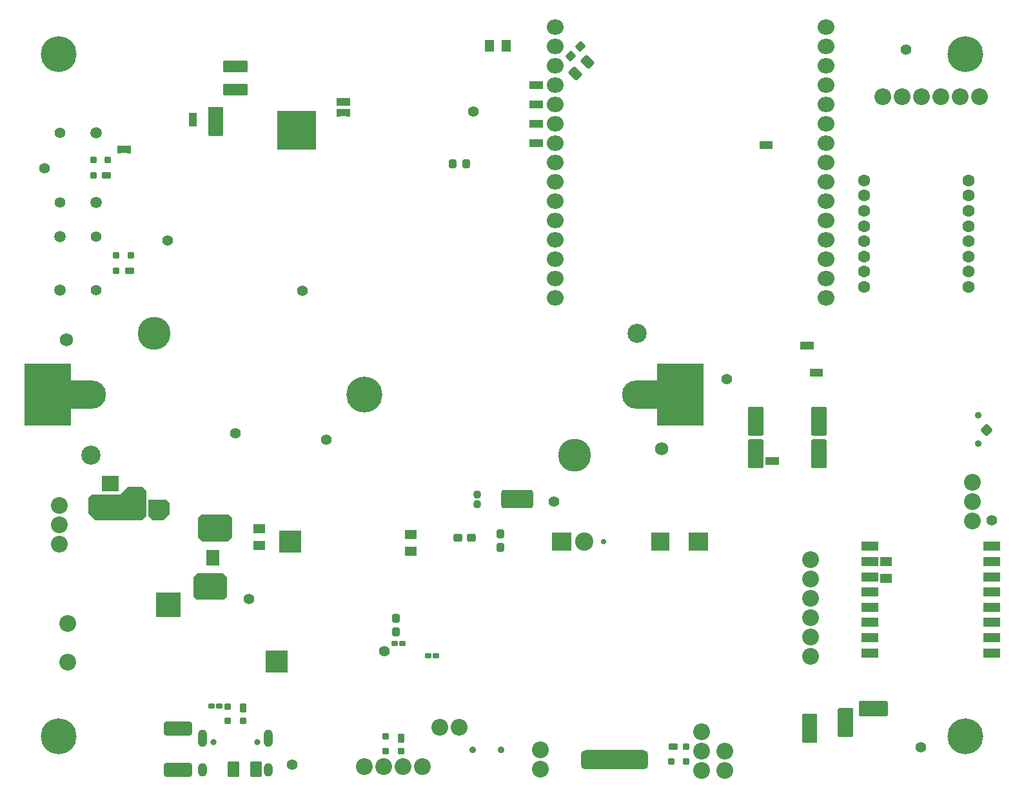
<source format=gbs>
G04*
G04 #@! TF.GenerationSoftware,Altium Limited,Altium Designer,20.2.6 (244)*
G04*
G04 Layer_Color=16711935*
%FSLAX25Y25*%
%MOIN*%
G70*
G04*
G04 #@! TF.SameCoordinates,AF831D56-8FB5-4C83-99E9-C392C7947E84*
G04*
G04*
G04 #@! TF.FilePolarity,Negative*
G04*
G01*
G75*
%ADD38R,0.29921X0.09941*%
%ADD39R,0.34934X0.04921*%
%ADD63R,0.02375X0.03950*%
G04:AMPARAMS|DCode=70|XSize=47.37mil|YSize=35.56mil|CornerRadius=6.76mil|HoleSize=0mil|Usage=FLASHONLY|Rotation=270.000|XOffset=0mil|YOffset=0mil|HoleType=Round|Shape=RoundedRectangle|*
%AMROUNDEDRECTD70*
21,1,0.04737,0.02205,0,0,270.0*
21,1,0.03386,0.03556,0,0,270.0*
1,1,0.01351,-0.01102,-0.01693*
1,1,0.01351,-0.01102,0.01693*
1,1,0.01351,0.01102,0.01693*
1,1,0.01351,0.01102,-0.01693*
%
%ADD70ROUNDEDRECTD70*%
G04:AMPARAMS|DCode=71|XSize=31.62mil|YSize=35.56mil|CornerRadius=6.36mil|HoleSize=0mil|Usage=FLASHONLY|Rotation=270.000|XOffset=0mil|YOffset=0mil|HoleType=Round|Shape=RoundedRectangle|*
%AMROUNDEDRECTD71*
21,1,0.03162,0.02284,0,0,270.0*
21,1,0.01890,0.03556,0,0,270.0*
1,1,0.01272,-0.01142,-0.00945*
1,1,0.01272,-0.01142,0.00945*
1,1,0.01272,0.01142,0.00945*
1,1,0.01272,0.01142,-0.00945*
%
%ADD71ROUNDEDRECTD71*%
G04:AMPARAMS|DCode=77|XSize=47.37mil|YSize=47.37mil|CornerRadius=7.94mil|HoleSize=0mil|Usage=FLASHONLY|Rotation=225.000|XOffset=0mil|YOffset=0mil|HoleType=Round|Shape=RoundedRectangle|*
%AMROUNDEDRECTD77*
21,1,0.04737,0.03150,0,0,225.0*
21,1,0.03150,0.04737,0,0,225.0*
1,1,0.01587,-0.02227,0.00000*
1,1,0.01587,0.00000,0.02227*
1,1,0.01587,0.02227,0.00000*
1,1,0.01587,0.00000,-0.02227*
%
%ADD77ROUNDEDRECTD77*%
G04:AMPARAMS|DCode=79|XSize=39.5mil|YSize=43.43mil|CornerRadius=7.15mil|HoleSize=0mil|Usage=FLASHONLY|Rotation=270.000|XOffset=0mil|YOffset=0mil|HoleType=Round|Shape=RoundedRectangle|*
%AMROUNDEDRECTD79*
21,1,0.03950,0.02913,0,0,270.0*
21,1,0.02520,0.04343,0,0,270.0*
1,1,0.01430,-0.01457,-0.01260*
1,1,0.01430,-0.01457,0.01260*
1,1,0.01430,0.01457,0.01260*
1,1,0.01430,0.01457,-0.01260*
%
%ADD79ROUNDEDRECTD79*%
%ADD96R,0.01981X0.01981*%
%ADD98R,0.01981X0.01981*%
G04:AMPARAMS|DCode=111|XSize=43.43mil|YSize=39.5mil|CornerRadius=7.15mil|HoleSize=0mil|Usage=FLASHONLY|Rotation=270.000|XOffset=0mil|YOffset=0mil|HoleType=Round|Shape=RoundedRectangle|*
%AMROUNDEDRECTD111*
21,1,0.04343,0.02520,0,0,270.0*
21,1,0.02913,0.03950,0,0,270.0*
1,1,0.01430,-0.01260,-0.01457*
1,1,0.01430,-0.01260,0.01457*
1,1,0.01430,0.01260,0.01457*
1,1,0.01430,0.01260,-0.01457*
%
%ADD111ROUNDEDRECTD111*%
G04:AMPARAMS|DCode=114|XSize=60.76mil|YSize=126.9mil|CornerRadius=9.28mil|HoleSize=0mil|Usage=FLASHONLY|Rotation=270.000|XOffset=0mil|YOffset=0mil|HoleType=Round|Shape=RoundedRectangle|*
%AMROUNDEDRECTD114*
21,1,0.06076,0.10835,0,0,270.0*
21,1,0.04221,0.12690,0,0,270.0*
1,1,0.01855,-0.05417,-0.02110*
1,1,0.01855,-0.05417,0.02110*
1,1,0.01855,0.05417,0.02110*
1,1,0.01855,0.05417,-0.02110*
%
%ADD114ROUNDEDRECTD114*%
G04:AMPARAMS|DCode=115|XSize=63.12mil|YSize=47.37mil|CornerRadius=7.94mil|HoleSize=0mil|Usage=FLASHONLY|Rotation=270.000|XOffset=0mil|YOffset=0mil|HoleType=Round|Shape=RoundedRectangle|*
%AMROUNDEDRECTD115*
21,1,0.06312,0.03150,0,0,270.0*
21,1,0.04724,0.04737,0,0,270.0*
1,1,0.01587,-0.01575,-0.02362*
1,1,0.01587,-0.01575,0.02362*
1,1,0.01587,0.01575,0.02362*
1,1,0.01587,0.01575,-0.02362*
%
%ADD115ROUNDEDRECTD115*%
G04:AMPARAMS|DCode=116|XSize=63.12mil|YSize=47.37mil|CornerRadius=7.94mil|HoleSize=0mil|Usage=FLASHONLY|Rotation=180.000|XOffset=0mil|YOffset=0mil|HoleType=Round|Shape=RoundedRectangle|*
%AMROUNDEDRECTD116*
21,1,0.06312,0.03150,0,0,180.0*
21,1,0.04724,0.04737,0,0,180.0*
1,1,0.01587,-0.02362,0.01575*
1,1,0.01587,0.02362,0.01575*
1,1,0.01587,0.02362,-0.01575*
1,1,0.01587,-0.02362,-0.01575*
%
%ADD116ROUNDEDRECTD116*%
G04:AMPARAMS|DCode=117|XSize=39.5mil|YSize=43.43mil|CornerRadius=7.15mil|HoleSize=0mil|Usage=FLASHONLY|Rotation=0.000|XOffset=0mil|YOffset=0mil|HoleType=Round|Shape=RoundedRectangle|*
%AMROUNDEDRECTD117*
21,1,0.03950,0.02913,0,0,0.0*
21,1,0.02520,0.04343,0,0,0.0*
1,1,0.01430,0.01260,-0.01457*
1,1,0.01430,-0.01260,-0.01457*
1,1,0.01430,-0.01260,0.01457*
1,1,0.01430,0.01260,0.01457*
%
%ADD117ROUNDEDRECTD117*%
G04:AMPARAMS|DCode=118|XSize=27.69mil|YSize=31.62mil|CornerRadius=5.97mil|HoleSize=0mil|Usage=FLASHONLY|Rotation=90.000|XOffset=0mil|YOffset=0mil|HoleType=Round|Shape=RoundedRectangle|*
%AMROUNDEDRECTD118*
21,1,0.02769,0.01968,0,0,90.0*
21,1,0.01575,0.03162,0,0,90.0*
1,1,0.01194,0.00984,0.00787*
1,1,0.01194,0.00984,-0.00787*
1,1,0.01194,-0.00984,-0.00787*
1,1,0.01194,-0.00984,0.00787*
%
%ADD118ROUNDEDRECTD118*%
%ADD137C,0.03150*%
%ADD138O,0.04737X0.07099*%
%ADD139O,0.04737X0.09068*%
%ADD140C,0.08674*%
%ADD141C,0.06800*%
%ADD142C,0.14580*%
%ADD143C,0.17024*%
%ADD144C,0.09937*%
%ADD145C,0.18598*%
%ADD146C,0.05906*%
%ADD147C,0.05512*%
%ADD148C,0.05524*%
%ADD149C,0.04934*%
%ADD150C,0.04343*%
%ADD151C,0.03556*%
%ADD152O,0.08674X0.07887*%
%ADD153C,0.18517*%
%ADD154R,0.09461X0.09461*%
%ADD155C,0.09461*%
%ADD156C,0.02769*%
%ADD157R,0.08674X0.04737*%
%ADD158C,0.06312*%
%ADD303R,0.09843X0.10236*%
%ADD304R,0.19980X0.19980*%
%ADD305R,0.11811X0.11811*%
%ADD306R,0.06791X0.07972*%
%ADD307R,0.09153X0.08071*%
%ADD308R,0.13386X0.11417*%
%ADD309R,0.12598X0.12598*%
%ADD310R,0.03950X0.02375*%
G04:AMPARAMS|DCode=311|XSize=31.62mil|YSize=35.56mil|CornerRadius=6.36mil|HoleSize=0mil|Usage=FLASHONLY|Rotation=180.000|XOffset=0mil|YOffset=0mil|HoleType=Round|Shape=RoundedRectangle|*
%AMROUNDEDRECTD311*
21,1,0.03162,0.02284,0,0,180.0*
21,1,0.01890,0.03556,0,0,180.0*
1,1,0.01272,-0.00945,0.01142*
1,1,0.01272,0.00945,0.01142*
1,1,0.01272,0.00945,-0.01142*
1,1,0.01272,-0.00945,-0.01142*
%
%ADD311ROUNDEDRECTD311*%
G04:AMPARAMS|DCode=312|XSize=47.37mil|YSize=35.56mil|CornerRadius=6.76mil|HoleSize=0mil|Usage=FLASHONLY|Rotation=180.000|XOffset=0mil|YOffset=0mil|HoleType=Round|Shape=RoundedRectangle|*
%AMROUNDEDRECTD312*
21,1,0.04737,0.02205,0,0,180.0*
21,1,0.03386,0.03556,0,0,180.0*
1,1,0.01351,-0.01693,0.01102*
1,1,0.01351,0.01693,0.01102*
1,1,0.01351,0.01693,-0.01102*
1,1,0.01351,-0.01693,-0.01102*
%
%ADD312ROUNDEDRECTD312*%
G04:AMPARAMS|DCode=313|XSize=145.8mil|YSize=322.96mil|CornerRadius=72.9mil|HoleSize=0mil|Usage=FLASHONLY|Rotation=270.000|XOffset=0mil|YOffset=0mil|HoleType=Round|Shape=RoundedRectangle|*
%AMROUNDEDRECTD313*
21,1,0.14580,0.17717,0,0,270.0*
21,1,0.00000,0.32296,0,0,270.0*
1,1,0.14580,-0.08858,0.00000*
1,1,0.14580,-0.08858,0.00000*
1,1,0.14580,0.08858,0.00000*
1,1,0.14580,0.08858,0.00000*
%
%ADD313ROUNDEDRECTD313*%
%ADD314R,0.24422X0.32296*%
G04:AMPARAMS|DCode=315|XSize=63.12mil|YSize=47.37mil|CornerRadius=7.94mil|HoleSize=0mil|Usage=FLASHONLY|Rotation=135.000|XOffset=0mil|YOffset=0mil|HoleType=Round|Shape=RoundedRectangle|*
%AMROUNDEDRECTD315*
21,1,0.06312,0.03150,0,0,135.0*
21,1,0.04724,0.04737,0,0,135.0*
1,1,0.01587,-0.00557,0.02784*
1,1,0.01587,0.02784,-0.00557*
1,1,0.01587,0.00557,-0.02784*
1,1,0.01587,-0.02784,0.00557*
%
%ADD315ROUNDEDRECTD315*%
G04:AMPARAMS|DCode=316|XSize=39.5mil|YSize=43.43mil|CornerRadius=7.15mil|HoleSize=0mil|Usage=FLASHONLY|Rotation=135.000|XOffset=0mil|YOffset=0mil|HoleType=Round|Shape=RoundedRectangle|*
%AMROUNDEDRECTD316*
21,1,0.03950,0.02913,0,0,135.0*
21,1,0.02520,0.04343,0,0,135.0*
1,1,0.01430,0.00139,0.01921*
1,1,0.01430,0.01921,0.00139*
1,1,0.01430,-0.00139,-0.01921*
1,1,0.01430,-0.01921,-0.00139*
%
%ADD316ROUNDEDRECTD316*%
G04:AMPARAMS|DCode=317|XSize=165.48mil|YSize=94.61mil|CornerRadius=12.66mil|HoleSize=0mil|Usage=FLASHONLY|Rotation=180.000|XOffset=0mil|YOffset=0mil|HoleType=Round|Shape=RoundedRectangle|*
%AMROUNDEDRECTD317*
21,1,0.16548,0.06929,0,0,180.0*
21,1,0.14016,0.09461,0,0,180.0*
1,1,0.02532,-0.07008,0.03465*
1,1,0.02532,0.07008,0.03465*
1,1,0.02532,0.07008,-0.03465*
1,1,0.02532,-0.07008,-0.03465*
%
%ADD317ROUNDEDRECTD317*%
G04:AMPARAMS|DCode=318|XSize=78.87mil|YSize=63.12mil|CornerRadius=9.51mil|HoleSize=0mil|Usage=FLASHONLY|Rotation=90.000|XOffset=0mil|YOffset=0mil|HoleType=Round|Shape=RoundedRectangle|*
%AMROUNDEDRECTD318*
21,1,0.07887,0.04409,0,0,90.0*
21,1,0.05984,0.06312,0,0,90.0*
1,1,0.01902,0.02205,0.02992*
1,1,0.01902,0.02205,-0.02992*
1,1,0.01902,-0.02205,-0.02992*
1,1,0.01902,-0.02205,0.02992*
%
%ADD318ROUNDEDRECTD318*%
G04:AMPARAMS|DCode=319|XSize=145.8mil|YSize=70.99mil|CornerRadius=10.3mil|HoleSize=0mil|Usage=FLASHONLY|Rotation=0.000|XOffset=0mil|YOffset=0mil|HoleType=Round|Shape=RoundedRectangle|*
%AMROUNDEDRECTD319*
21,1,0.14580,0.05039,0,0,0.0*
21,1,0.12520,0.07099,0,0,0.0*
1,1,0.02060,0.06260,-0.02520*
1,1,0.02060,-0.06260,-0.02520*
1,1,0.02060,-0.06260,0.02520*
1,1,0.02060,0.06260,0.02520*
%
%ADD319ROUNDEDRECTD319*%
%ADD320R,0.10249X0.09461*%
G36*
X272244Y358476D02*
X268307D01*
Y362413D01*
X272244D01*
Y358476D01*
D02*
G37*
G36*
X172638Y349705D02*
X168701D01*
Y353642D01*
X172638D01*
Y349705D01*
D02*
G37*
G36*
X272244Y348476D02*
X268307D01*
Y352413D01*
X272244D01*
Y348476D01*
D02*
G37*
G36*
X172638Y344193D02*
X168701D01*
Y348130D01*
X172638D01*
Y344193D01*
D02*
G37*
G36*
X94882Y340551D02*
X90945D01*
Y344488D01*
X94882D01*
Y340551D01*
D02*
G37*
G36*
X272244Y338476D02*
X268307D01*
Y342413D01*
X272244D01*
Y338476D01*
D02*
G37*
G36*
X107951Y349111D02*
X108028Y349100D01*
X108103Y349081D01*
X108176Y349055D01*
X108246Y349022D01*
X108312Y348982D01*
X108374Y348936D01*
X108431Y348884D01*
X108483Y348827D01*
X108529Y348765D01*
X108569Y348698D01*
X108602Y348628D01*
X108628Y348556D01*
X108647Y348481D01*
X108659Y348404D01*
X108662Y348327D01*
Y343209D01*
X108661Y343189D01*
Y341656D01*
X108662Y341634D01*
Y341634D01*
Y341634D01*
X108663Y338091D01*
D01*
D01*
Y338091D01*
X108661Y338067D01*
Y336535D01*
X108662Y336516D01*
Y334941D01*
X108659Y334864D01*
X108647Y334787D01*
X108628Y334712D01*
X108602Y334639D01*
X108569Y334569D01*
X108529Y334503D01*
X108483Y334441D01*
X108431Y334384D01*
X108374Y334331D01*
X108312Y334285D01*
X108246Y334246D01*
X108176Y334213D01*
X108103Y334187D01*
X108028Y334168D01*
X107951Y334156D01*
X107874Y334153D01*
X101575D01*
X101497Y334156D01*
X101421Y334168D01*
X101346Y334187D01*
X101273Y334213D01*
X101203Y334246D01*
X101137Y334285D01*
X101075Y334331D01*
X101017Y334384D01*
X100965Y334441D01*
X100919Y334503D01*
X100880Y334569D01*
X100847Y334639D01*
X100820Y334712D01*
X100802Y334787D01*
X100790Y334864D01*
X100786Y334941D01*
Y336516D01*
X100787Y336535D01*
Y338078D01*
X100787Y338091D01*
Y338091D01*
Y338091D01*
X100787Y341634D01*
X100787Y341642D01*
Y343189D01*
X100786Y343209D01*
Y348327D01*
X100790Y348404D01*
X100802Y348481D01*
X100820Y348556D01*
X100847Y348628D01*
X100880Y348698D01*
X100919Y348765D01*
X100965Y348827D01*
X101017Y348884D01*
X101075Y348936D01*
X101137Y348982D01*
X101203Y349022D01*
X101273Y349055D01*
X101346Y349081D01*
X101421Y349100D01*
X101497Y349111D01*
X101575Y349115D01*
X107874D01*
X107951Y349111D01*
D02*
G37*
G36*
X272244Y328445D02*
X268307D01*
Y332382D01*
X272244D01*
Y328445D01*
D02*
G37*
G36*
X391142Y327362D02*
X387205D01*
Y331299D01*
X391142D01*
Y327362D01*
D02*
G37*
G36*
X59449Y325197D02*
X55512D01*
Y329134D01*
X59449D01*
Y325197D01*
D02*
G37*
G36*
X412205Y223622D02*
X408268D01*
Y227559D01*
X412205D01*
Y223622D01*
D02*
G37*
G36*
X417126Y209842D02*
X413189D01*
Y213779D01*
X417126D01*
Y209842D01*
D02*
G37*
G36*
X387085Y194092D02*
X387162Y194080D01*
X387237Y194062D01*
X387310Y194035D01*
X387380Y194002D01*
X387446Y193963D01*
X387508Y193916D01*
X387565Y193865D01*
X387617Y193807D01*
X387663Y193745D01*
X387703Y193679D01*
X387736Y193609D01*
X387762Y193536D01*
X387781Y193461D01*
X387792Y193384D01*
X387796Y193307D01*
Y191732D01*
X387795Y191713D01*
Y190170D01*
X387796Y190157D01*
Y190157D01*
Y190157D01*
X387796Y186614D01*
X387795Y186606D01*
Y185059D01*
X387796Y185039D01*
Y179921D01*
X387792Y179844D01*
X387781Y179768D01*
X387762Y179692D01*
X387736Y179620D01*
X387703Y179550D01*
X387663Y179483D01*
X387617Y179421D01*
X387565Y179364D01*
X387508Y179312D01*
X387446Y179266D01*
X387380Y179226D01*
X387310Y179193D01*
X387237Y179167D01*
X387162Y179148D01*
X387085Y179137D01*
X387008Y179133D01*
X380709D01*
X380631Y179137D01*
X380555Y179148D01*
X380480Y179167D01*
X380407Y179193D01*
X380337Y179226D01*
X380271Y179266D01*
X380208Y179312D01*
X380151Y179364D01*
X380099Y179421D01*
X380053Y179483D01*
X380013Y179550D01*
X379980Y179620D01*
X379954Y179692D01*
X379936Y179768D01*
X379924Y179844D01*
X379920Y179921D01*
Y185039D01*
X379921Y185059D01*
Y186592D01*
X379920Y186614D01*
Y186614D01*
Y186614D01*
X379920Y190157D01*
D01*
D01*
Y190157D01*
X379921Y190181D01*
Y191713D01*
X379920Y191732D01*
Y193307D01*
X379924Y193384D01*
X379936Y193461D01*
X379954Y193536D01*
X379980Y193609D01*
X380013Y193679D01*
X380053Y193745D01*
X380099Y193807D01*
X380151Y193865D01*
X380208Y193916D01*
X380271Y193963D01*
X380337Y194002D01*
X380407Y194035D01*
X380480Y194062D01*
X380555Y194080D01*
X380631Y194092D01*
X380709Y194095D01*
X387008D01*
X387085Y194092D01*
D02*
G37*
G36*
X419762Y194092D02*
X419839Y194080D01*
X419914Y194062D01*
X419987Y194035D01*
X420057Y194002D01*
X420123Y193963D01*
X420185Y193916D01*
X420243Y193865D01*
X420294Y193807D01*
X420340Y193745D01*
X420380Y193679D01*
X420413Y193609D01*
X420439Y193536D01*
X420458Y193461D01*
X420470Y193384D01*
X420473Y193307D01*
Y191732D01*
X420472Y191713D01*
Y190170D01*
X420473Y190157D01*
Y190157D01*
Y190157D01*
X420473Y186614D01*
X420472Y186606D01*
Y185059D01*
X420473Y185039D01*
Y179921D01*
X420470Y179844D01*
X420458Y179768D01*
X420439Y179692D01*
X420413Y179620D01*
X420380Y179550D01*
X420340Y179483D01*
X420294Y179421D01*
X420243Y179364D01*
X420185Y179312D01*
X420123Y179266D01*
X420057Y179226D01*
X419987Y179193D01*
X419914Y179167D01*
X419839Y179148D01*
X419762Y179137D01*
X419685Y179133D01*
X413386D01*
X413309Y179137D01*
X413232Y179148D01*
X413157Y179167D01*
X413084Y179193D01*
X413014Y179226D01*
X412948Y179266D01*
X412886Y179312D01*
X412828Y179364D01*
X412776Y179421D01*
X412730Y179483D01*
X412691Y179550D01*
X412657Y179620D01*
X412631Y179692D01*
X412613Y179768D01*
X412601Y179844D01*
X412598Y179921D01*
Y185039D01*
X412598Y185059D01*
Y186592D01*
X412597Y186614D01*
Y186614D01*
Y186614D01*
X412597Y190157D01*
D01*
D01*
Y190157D01*
X412598Y190181D01*
Y191713D01*
X412598Y191732D01*
Y193307D01*
X412601Y193384D01*
X412613Y193461D01*
X412631Y193536D01*
X412657Y193609D01*
X412691Y193679D01*
X412730Y193745D01*
X412776Y193807D01*
X412828Y193865D01*
X412886Y193916D01*
X412948Y193963D01*
X413014Y194002D01*
X413084Y194035D01*
X413157Y194062D01*
X413232Y194080D01*
X413309Y194092D01*
X413386Y194095D01*
X419685D01*
X419762Y194092D01*
D02*
G37*
G36*
X394291Y163976D02*
X390354D01*
Y167913D01*
X394291D01*
Y163976D01*
D02*
G37*
G36*
X387085Y177261D02*
X387162Y177250D01*
X387237Y177231D01*
X387310Y177205D01*
X387380Y177172D01*
X387446Y177132D01*
X387508Y177086D01*
X387565Y177034D01*
X387617Y176977D01*
X387663Y176914D01*
X387703Y176848D01*
X387736Y176778D01*
X387762Y176705D01*
X387781Y176630D01*
X387792Y176554D01*
X387796Y176476D01*
Y174902D01*
X387795Y174882D01*
Y173339D01*
X387796Y173327D01*
Y173326D01*
Y173326D01*
X387796Y169783D01*
X387795Y169775D01*
Y168228D01*
X387796Y168209D01*
Y163091D01*
X387792Y163013D01*
X387781Y162937D01*
X387762Y162862D01*
X387736Y162789D01*
X387703Y162719D01*
X387663Y162653D01*
X387617Y162590D01*
X387565Y162533D01*
X387508Y162481D01*
X387446Y162435D01*
X387380Y162395D01*
X387310Y162362D01*
X387237Y162336D01*
X387162Y162317D01*
X387085Y162306D01*
X387008Y162302D01*
X380709D01*
X380631Y162306D01*
X380555Y162317D01*
X380480Y162336D01*
X380407Y162362D01*
X380337Y162395D01*
X380271Y162435D01*
X380208Y162481D01*
X380151Y162533D01*
X380099Y162590D01*
X380053Y162653D01*
X380013Y162719D01*
X379980Y162789D01*
X379954Y162862D01*
X379936Y162937D01*
X379924Y163013D01*
X379920Y163091D01*
Y168209D01*
X379921Y168228D01*
Y169762D01*
X379920Y169783D01*
Y169783D01*
Y169783D01*
X379920Y173326D01*
D01*
D01*
Y173326D01*
X379921Y173350D01*
Y174882D01*
X379920Y174902D01*
Y176476D01*
X379924Y176554D01*
X379936Y176630D01*
X379954Y176705D01*
X379980Y176778D01*
X380013Y176848D01*
X380053Y176914D01*
X380099Y176977D01*
X380151Y177034D01*
X380208Y177086D01*
X380271Y177132D01*
X380337Y177172D01*
X380407Y177205D01*
X380480Y177231D01*
X380555Y177250D01*
X380631Y177261D01*
X380709Y177265D01*
X387008D01*
X387085Y177261D01*
D02*
G37*
G36*
X419762Y177261D02*
X419839Y177250D01*
X419914Y177231D01*
X419987Y177205D01*
X420057Y177172D01*
X420123Y177132D01*
X420185Y177086D01*
X420243Y177034D01*
X420294Y176977D01*
X420340Y176914D01*
X420380Y176848D01*
X420413Y176778D01*
X420439Y176705D01*
X420458Y176630D01*
X420470Y176554D01*
X420473Y176476D01*
Y174902D01*
X420472Y174882D01*
Y173339D01*
X420473Y173327D01*
Y173326D01*
Y173326D01*
X420473Y169783D01*
X420472Y169775D01*
Y168228D01*
X420473Y168209D01*
Y163091D01*
X420470Y163013D01*
X420458Y162937D01*
X420439Y162862D01*
X420413Y162789D01*
X420380Y162719D01*
X420340Y162653D01*
X420294Y162590D01*
X420243Y162533D01*
X420185Y162481D01*
X420123Y162435D01*
X420057Y162395D01*
X419987Y162362D01*
X419914Y162336D01*
X419839Y162317D01*
X419762Y162306D01*
X419685Y162302D01*
X413386D01*
X413309Y162306D01*
X413232Y162317D01*
X413157Y162336D01*
X413084Y162362D01*
X413014Y162395D01*
X412948Y162435D01*
X412886Y162481D01*
X412828Y162533D01*
X412776Y162590D01*
X412730Y162653D01*
X412691Y162719D01*
X412657Y162789D01*
X412631Y162862D01*
X412613Y162937D01*
X412601Y163013D01*
X412598Y163091D01*
Y168209D01*
X412598Y168228D01*
Y169762D01*
X412597Y169783D01*
Y169783D01*
Y169783D01*
X412597Y173326D01*
D01*
D01*
Y173326D01*
X412598Y173350D01*
Y174882D01*
X412598Y174902D01*
Y176476D01*
X412601Y176554D01*
X412613Y176630D01*
X412631Y176705D01*
X412657Y176778D01*
X412691Y176848D01*
X412730Y176914D01*
X412776Y176977D01*
X412828Y177034D01*
X412886Y177086D01*
X412948Y177132D01*
X413014Y177172D01*
X413084Y177205D01*
X413157Y177231D01*
X413232Y177250D01*
X413309Y177261D01*
X413386Y177265D01*
X419685D01*
X419762Y177261D01*
D02*
G37*
G36*
X80709Y144488D02*
Y138386D01*
X77559Y135236D01*
X72146D01*
X69980Y137402D01*
Y146063D01*
X79134D01*
X80709Y144488D01*
D02*
G37*
G36*
X68701Y150591D02*
Y137500D01*
X66437Y135236D01*
X42421D01*
X38878Y138779D01*
Y147047D01*
X40650Y148819D01*
X55413D01*
X59350Y152756D01*
X66535D01*
X68701Y150591D01*
D02*
G37*
G36*
X113083Y136524D02*
Y126485D01*
X111016Y124418D01*
X106102Y124418D01*
X102650D01*
X97736Y124418D01*
X95669Y126485D01*
Y136524D01*
X97342Y138197D01*
X111410D01*
X113083Y136524D01*
D02*
G37*
G36*
X148721Y118602D02*
X137402D01*
Y130020D01*
X148721D01*
Y118602D01*
D02*
G37*
G36*
X108457Y107972D02*
X110524Y105905D01*
Y95866D01*
X108851Y94193D01*
X94784D01*
X93110Y95866D01*
Y105905D01*
X95177Y107972D01*
X100091Y107972D01*
X103543D01*
X108457Y107972D01*
D02*
G37*
G36*
X451357Y41926D02*
X451433Y41915D01*
X451508Y41896D01*
X451581Y41870D01*
X451651Y41837D01*
X451718Y41797D01*
X451780Y41751D01*
X451837Y41699D01*
X451889Y41642D01*
X451935Y41580D01*
X451975Y41513D01*
X452008Y41443D01*
X452034Y41371D01*
X452053Y41295D01*
X452064Y41219D01*
X452068Y41142D01*
Y34843D01*
X452064Y34765D01*
X452053Y34689D01*
X452034Y34614D01*
X452008Y34541D01*
X451975Y34471D01*
X451935Y34405D01*
X451889Y34342D01*
X451837Y34285D01*
X451780Y34233D01*
X451718Y34187D01*
X451651Y34147D01*
X451581Y34114D01*
X451508Y34088D01*
X451433Y34069D01*
X451357Y34058D01*
X451279Y34054D01*
X446161D01*
X446142Y34055D01*
X444608D01*
X444587Y34054D01*
X444587D01*
X444587D01*
X441044Y34054D01*
D01*
D01*
X441044D01*
X441020Y34055D01*
X439488D01*
X439468Y34054D01*
X437894D01*
X437816Y34058D01*
X437740Y34069D01*
X437665Y34088D01*
X437592Y34114D01*
X437522Y34147D01*
X437456Y34187D01*
X437394Y34233D01*
X437336Y34285D01*
X437284Y34342D01*
X437238Y34405D01*
X437198Y34471D01*
X437165Y34541D01*
X437139Y34614D01*
X437120Y34689D01*
X437109Y34765D01*
X437105Y34843D01*
Y41142D01*
X437109Y41219D01*
X437120Y41295D01*
X437139Y41371D01*
X437165Y41443D01*
X437198Y41513D01*
X437238Y41580D01*
X437284Y41642D01*
X437336Y41699D01*
X437394Y41751D01*
X437456Y41797D01*
X437522Y41837D01*
X437592Y41870D01*
X437665Y41896D01*
X437740Y41915D01*
X437816Y41926D01*
X437894Y41930D01*
X439468D01*
X439488Y41929D01*
X441031D01*
X441044Y41930D01*
X441044D01*
X441044D01*
X444587Y41930D01*
X444595Y41929D01*
X446142D01*
X446161Y41930D01*
X451279D01*
X451357Y41926D01*
D02*
G37*
G36*
X433443Y38285D02*
X433520Y38273D01*
X433595Y38254D01*
X433668Y38228D01*
X433738Y38195D01*
X433804Y38155D01*
X433866Y38109D01*
X433923Y38057D01*
X433976Y38000D01*
X434022Y37938D01*
X434061Y37872D01*
X434094Y37802D01*
X434121Y37729D01*
X434139Y37654D01*
X434151Y37577D01*
X434154Y37500D01*
Y35925D01*
X434154Y35906D01*
Y34363D01*
X434154Y34350D01*
Y34350D01*
Y34350D01*
X434154Y30806D01*
X434154Y30799D01*
Y29252D01*
X434154Y29232D01*
Y24114D01*
X434151Y24037D01*
X434139Y23960D01*
X434121Y23885D01*
X434094Y23812D01*
X434061Y23742D01*
X434022Y23676D01*
X433976Y23614D01*
X433923Y23557D01*
X433866Y23505D01*
X433804Y23459D01*
X433738Y23419D01*
X433668Y23386D01*
X433595Y23360D01*
X433520Y23341D01*
X433443Y23330D01*
X433366Y23326D01*
X427067D01*
X426990Y23330D01*
X426913Y23341D01*
X426838Y23360D01*
X426765Y23386D01*
X426695Y23419D01*
X426629Y23459D01*
X426567Y23505D01*
X426509Y23557D01*
X426458Y23614D01*
X426411Y23676D01*
X426372Y23742D01*
X426338Y23812D01*
X426312Y23885D01*
X426294Y23960D01*
X426282Y24037D01*
X426278Y24114D01*
Y29232D01*
X426279Y29252D01*
Y30785D01*
X426278Y30807D01*
Y30807D01*
Y30807D01*
X426278Y34350D01*
D01*
D01*
Y34350D01*
X426279Y34374D01*
Y35906D01*
X426278Y35925D01*
Y37500D01*
X426282Y37577D01*
X426294Y37654D01*
X426312Y37729D01*
X426338Y37802D01*
X426372Y37872D01*
X426411Y37938D01*
X426458Y38000D01*
X426509Y38057D01*
X426567Y38109D01*
X426629Y38155D01*
X426695Y38195D01*
X426765Y38228D01*
X426838Y38254D01*
X426913Y38273D01*
X426990Y38285D01*
X427067Y38288D01*
X433366D01*
X433443Y38285D01*
D02*
G37*
G36*
X414939Y35332D02*
X415016Y35320D01*
X415091Y35302D01*
X415164Y35276D01*
X415234Y35243D01*
X415300Y35203D01*
X415362Y35157D01*
X415420Y35105D01*
X415472Y35047D01*
X415518Y34985D01*
X415557Y34919D01*
X415590Y34849D01*
X415617Y34776D01*
X415635Y34701D01*
X415647Y34624D01*
X415651Y34547D01*
Y32972D01*
X415650Y32953D01*
Y31410D01*
X415650Y31397D01*
Y31397D01*
Y31397D01*
X415650Y27854D01*
X415650Y27846D01*
Y26299D01*
X415651Y26280D01*
Y21161D01*
X415647Y21084D01*
X415635Y21008D01*
X415617Y20933D01*
X415590Y20860D01*
X415557Y20790D01*
X415518Y20723D01*
X415472Y20661D01*
X415420Y20604D01*
X415362Y20552D01*
X415300Y20506D01*
X415234Y20466D01*
X415164Y20433D01*
X415091Y20407D01*
X415016Y20388D01*
X414939Y20377D01*
X414862Y20373D01*
X408563D01*
X408486Y20377D01*
X408409Y20388D01*
X408334Y20407D01*
X408261Y20433D01*
X408191Y20466D01*
X408125Y20506D01*
X408063Y20552D01*
X408006Y20604D01*
X407954Y20661D01*
X407907Y20723D01*
X407868Y20790D01*
X407835Y20860D01*
X407809Y20933D01*
X407790Y21008D01*
X407778Y21084D01*
X407775Y21161D01*
Y26280D01*
X407776Y26299D01*
Y27832D01*
X407774Y27854D01*
Y27854D01*
Y27854D01*
X407774Y31397D01*
D01*
D01*
Y31397D01*
X407776Y31421D01*
Y32953D01*
X407775Y32972D01*
Y34547D01*
X407778Y34624D01*
X407790Y34701D01*
X407809Y34776D01*
X407835Y34849D01*
X407868Y34919D01*
X407907Y34985D01*
X407954Y35047D01*
X408006Y35105D01*
X408063Y35157D01*
X408125Y35203D01*
X408191Y35243D01*
X408261Y35276D01*
X408334Y35302D01*
X408409Y35320D01*
X408486Y35332D01*
X408563Y35336D01*
X414862D01*
X414939Y35332D01*
D02*
G37*
D38*
X310748Y11613D02*
D03*
D39*
X310750Y11610D02*
D03*
D63*
X168209Y346161D02*
D03*
X173130D02*
D03*
X168209Y351673D02*
D03*
X173130D02*
D03*
X55020Y327165D02*
D03*
X59941D02*
D03*
X417618Y211811D02*
D03*
X412697D02*
D03*
X267815Y330413D02*
D03*
X272736D02*
D03*
X267815Y340445D02*
D03*
X272736D02*
D03*
X267815Y350445D02*
D03*
X272736D02*
D03*
X267815Y360445D02*
D03*
X272736D02*
D03*
X391634Y329331D02*
D03*
X386713D02*
D03*
X412697Y225590D02*
D03*
X407776D02*
D03*
X394783Y165945D02*
D03*
X389862D02*
D03*
D70*
X200492Y22736D02*
D03*
X118898Y38386D02*
D03*
D71*
X192618Y23524D02*
D03*
Y16043D02*
D03*
X200492D02*
D03*
X118898Y31693D02*
D03*
X111024D02*
D03*
Y39173D02*
D03*
D77*
X503150Y181890D02*
D03*
D79*
X237008Y126378D02*
D03*
X229921D02*
D03*
D96*
X104724Y342421D02*
D03*
Y347441D02*
D03*
Y336614D02*
D03*
X411713Y27067D02*
D03*
Y22047D02*
D03*
Y32874D02*
D03*
X416535Y191634D02*
D03*
Y180807D02*
D03*
Y185827D02*
D03*
Y174803D02*
D03*
Y163976D02*
D03*
Y168996D02*
D03*
X383858Y191634D02*
D03*
Y180807D02*
D03*
Y185827D02*
D03*
Y174803D02*
D03*
Y163976D02*
D03*
Y168996D02*
D03*
X430217Y35827D02*
D03*
Y25000D02*
D03*
Y30020D02*
D03*
D98*
X445374Y37992D02*
D03*
X450394D02*
D03*
X439567D02*
D03*
D111*
X227067Y319783D02*
D03*
X234154D02*
D03*
D114*
X114961Y357913D02*
D03*
Y370039D02*
D03*
D115*
X254724Y380709D02*
D03*
X246063D02*
D03*
D116*
X205512Y119291D02*
D03*
Y127953D02*
D03*
X451181Y105512D02*
D03*
Y114173D02*
D03*
X127067Y122244D02*
D03*
Y130905D02*
D03*
D117*
X251969Y121260D02*
D03*
Y128347D02*
D03*
X197835Y84646D02*
D03*
Y77559D02*
D03*
D118*
X218504Y65354D02*
D03*
X214567D02*
D03*
X197244Y71653D02*
D03*
X201181D02*
D03*
X102657Y39370D02*
D03*
X106594D02*
D03*
D137*
X126339Y20679D02*
D03*
X103583D02*
D03*
D138*
X131968Y6309D02*
D03*
X97953D02*
D03*
D139*
X131968Y22766D02*
D03*
X97953D02*
D03*
D140*
X230591Y28346D02*
D03*
X220590D02*
D03*
X495768Y135079D02*
D03*
Y145079D02*
D03*
Y155079D02*
D03*
X24016Y123071D02*
D03*
Y133071D02*
D03*
Y143071D02*
D03*
X28346Y81890D02*
D03*
Y61890D02*
D03*
X272441Y6811D02*
D03*
Y16811D02*
D03*
X367717Y6024D02*
D03*
Y16024D02*
D03*
X412205Y95118D02*
D03*
Y105118D02*
D03*
Y115118D02*
D03*
Y65118D02*
D03*
Y75118D02*
D03*
Y85118D02*
D03*
X479410Y354331D02*
D03*
X489409D02*
D03*
X499409D02*
D03*
X449409D02*
D03*
X459410D02*
D03*
X469410D02*
D03*
X201457Y7972D02*
D03*
X191457D02*
D03*
X181457D02*
D03*
X211457D02*
D03*
X356004Y26083D02*
D03*
Y16083D02*
D03*
Y6083D02*
D03*
D141*
X335335Y172343D02*
D03*
X27461Y228642D02*
D03*
D142*
X322146Y200492D02*
D03*
X40650D02*
D03*
D143*
X72736Y231988D02*
D03*
X290059Y168996D02*
D03*
D144*
X40256D02*
D03*
X322539Y231988D02*
D03*
D145*
X181398Y200492D02*
D03*
D146*
X24213Y282087D02*
D03*
X24213Y254331D02*
D03*
X42717Y335630D02*
D03*
Y299606D02*
D03*
D147*
Y282087D02*
D03*
X42717Y254331D02*
D03*
X24213Y335630D02*
D03*
Y299606D02*
D03*
D148*
X121850Y94784D02*
D03*
X461417Y378740D02*
D03*
X469291Y18110D02*
D03*
X149606Y253937D02*
D03*
X144095Y9055D02*
D03*
X279528Y144882D02*
D03*
X237795Y346850D02*
D03*
X505905Y135433D02*
D03*
X114961Y180315D02*
D03*
X79921Y279921D02*
D03*
X191732Y67716D02*
D03*
X16142Y317520D02*
D03*
X368898Y208268D02*
D03*
X161811Y177165D02*
D03*
D149*
X315748Y14110D02*
D03*
X310748D02*
D03*
X305748D02*
D03*
X300748D02*
D03*
X295748D02*
D03*
X315748Y9110D02*
D03*
X305748D02*
D03*
X300748D02*
D03*
X310748D02*
D03*
X295748D02*
D03*
X320748D02*
D03*
Y14110D02*
D03*
X325748Y9110D02*
D03*
Y14110D02*
D03*
D150*
X239764Y148819D02*
D03*
Y143701D02*
D03*
D151*
X498917Y189784D02*
D03*
Y174980D02*
D03*
X237382Y16831D02*
D03*
X252185D02*
D03*
D152*
X280098Y250445D02*
D03*
Y260445D02*
D03*
Y270445D02*
D03*
Y280445D02*
D03*
Y290445D02*
D03*
Y300445D02*
D03*
Y310445D02*
D03*
Y380445D02*
D03*
Y370445D02*
D03*
Y360445D02*
D03*
Y350445D02*
D03*
Y340445D02*
D03*
Y330445D02*
D03*
Y320445D02*
D03*
Y390445D02*
D03*
X420098Y250445D02*
D03*
Y320445D02*
D03*
Y310445D02*
D03*
Y300445D02*
D03*
Y290445D02*
D03*
Y280445D02*
D03*
Y270445D02*
D03*
Y260445D02*
D03*
Y330445D02*
D03*
Y340445D02*
D03*
Y350445D02*
D03*
Y360445D02*
D03*
Y370445D02*
D03*
Y380445D02*
D03*
Y390445D02*
D03*
D153*
X23622Y376378D02*
D03*
X492126Y376378D02*
D03*
X492126Y23622D02*
D03*
X23622Y23622D02*
D03*
D154*
X334646Y124409D02*
D03*
D155*
X295276D02*
D03*
D156*
X305118D02*
D03*
D157*
X505748Y66791D02*
D03*
Y74665D02*
D03*
Y82539D02*
D03*
Y90413D02*
D03*
Y98287D02*
D03*
Y106161D02*
D03*
Y114035D02*
D03*
Y121909D02*
D03*
X442756Y66791D02*
D03*
Y74665D02*
D03*
Y82539D02*
D03*
Y90413D02*
D03*
Y98287D02*
D03*
Y106161D02*
D03*
Y114035D02*
D03*
Y121909D02*
D03*
D158*
X493898Y256004D02*
D03*
Y263878D02*
D03*
Y271752D02*
D03*
Y279626D02*
D03*
Y287500D02*
D03*
Y295374D02*
D03*
Y303248D02*
D03*
Y311122D02*
D03*
X439764Y256004D02*
D03*
Y263878D02*
D03*
Y271752D02*
D03*
Y279626D02*
D03*
Y287500D02*
D03*
Y295374D02*
D03*
Y303248D02*
D03*
Y311122D02*
D03*
D303*
X104331Y129527D02*
D03*
X63583Y144095D02*
D03*
D304*
X146604Y336860D02*
D03*
D305*
X136221Y62205D02*
D03*
D306*
X103100Y116093D02*
D03*
D307*
X50148Y154232D02*
D03*
D308*
X47638Y142717D02*
D03*
D309*
X80315Y91732D02*
D03*
D310*
X92913Y344980D02*
D03*
Y340059D02*
D03*
D311*
X49016Y321654D02*
D03*
X41535D02*
D03*
Y313779D02*
D03*
X53347Y264370D02*
D03*
Y272244D02*
D03*
X60827D02*
D03*
X340354Y10630D02*
D03*
X347835D02*
D03*
Y18504D02*
D03*
D312*
X48228Y313779D02*
D03*
X60039Y264370D02*
D03*
X341142Y18504D02*
D03*
D313*
X331004Y200492D02*
D03*
X31791D02*
D03*
D314*
X18012D02*
D03*
X344783D02*
D03*
D315*
X290638Y366229D02*
D03*
X296763Y372354D02*
D03*
D316*
X293057Y380458D02*
D03*
X288046Y375447D02*
D03*
D317*
X260630Y146260D02*
D03*
D318*
X113779Y6693D02*
D03*
X125591D02*
D03*
D319*
X85039Y27559D02*
D03*
Y6299D02*
D03*
D320*
X354331Y124409D02*
D03*
X283465D02*
D03*
M02*

</source>
